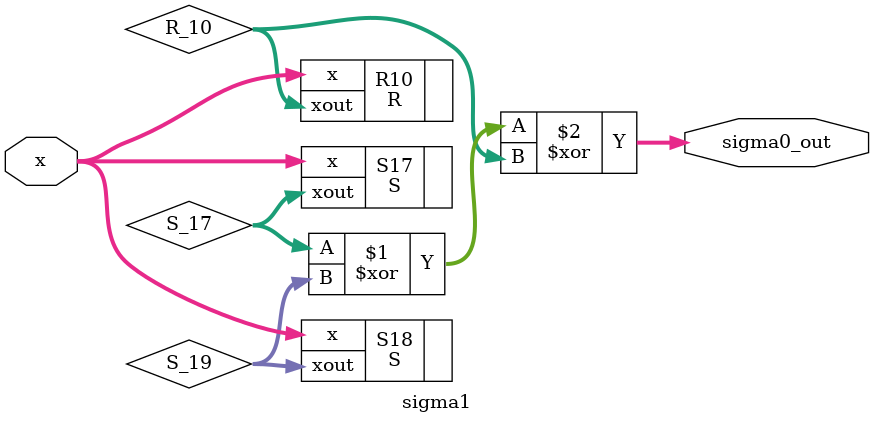
<source format=v>
module sigma1 #
(
    parameter DATA_WIDTH = 32
)

(
    input   wire    [DATA_WIDTH - 1:0]  x           ,

    output  wire    [DATA_WIDTH - 1:0]  sigma0_out
);

wire    [DATA_WIDTH-1:0]    S_17    ;
wire    [DATA_WIDTH-1:0]    S_19    ;
wire    [DATA_WIDTH-1:0]    R_10    ;

assign sigma0_out = S_17 ^ S_19 ^ R_10;

S
#(
    .DATA_WIDTH (DATA_WIDTH),
    .n          (17        )
)
S17
(
    .x      (x          ),
    .xout   (S_17       )
);


S
#(
    .DATA_WIDTH (DATA_WIDTH),
    .n          (19        )
)
S18
(
    .x      (x          ),
    .xout   (S_19       )
);

R
#(
    .DATA_WIDTH (DATA_WIDTH),
    .n          (10        )
)
R10
(
    .x      (x          ),
    .xout   (R_10       )
);
endmodule
</source>
